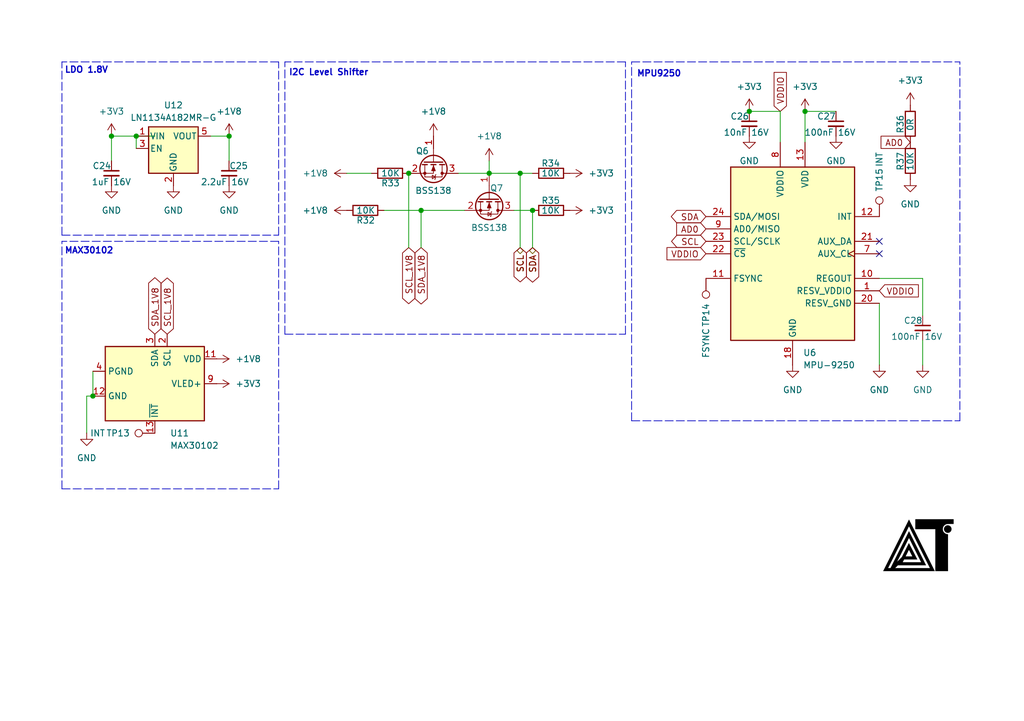
<source format=kicad_sch>
(kicad_sch (version 20250114) (generator "eeschema") (generator_version "9.0")
  (paper "A5")
  (title_block (date "2025-04-05"))
  (lib_symbols
    (symbol "Connector:TestPoint" (pin_numbers (hide yes)) (pin_names (offset 0.762) (hide yes))
      (property "Reference" "TP" (at 0 6.858 0))
      (property "Value" "TestPoint" (at 0 5.08 0))
      (symbol "TestPoint_0_1"
        (circle (center 0 3.302) (radius 0.762))
      )
      (symbol "TestPoint_1_1"
        (pin passive line (at 0 0 90) (length 2.54) (name "1") (number "1"))
      )
    )
    (symbol "Device:C_Small" (pin_numbers (hide yes)) (pin_names (offset 0.254) (hide yes))
      (property "Reference" "C" (at 0.254 1.778 0))
      (property "Value" "C_Small" (at 0.254 -2.032 0))
      (symbol "C_Small_0_1"
        (polyline (pts (xy -1.524 0.508) (xy 1.524 0.508)) (stroke (width 0.3048)))
        (polyline (pts (xy -1.524 -0.508) (xy 1.524 -0.508)) (stroke (width 0.3302)))
      )
      (symbol "C_Small_1_1"
        (pin passive line (at 0 2.54 270) (length 2.032) (name "~") (number "1"))
        (pin passive line (at 0 -2.54 90) (length 2.032) (name "~") (number "2"))
      )
    )
    (symbol "Device:R" (pin_numbers (hide yes)) (pin_names (offset 0))
      (property "Reference" "R" (at 2.032 0 90))
      (property "Value" "R" (at 0 0 90))
      (symbol "R_0_1"
        (rectangle (start -1.016 -2.54) (end 1.016 2.54) (stroke (width 0.254)))
      )
      (symbol "R_1_1"
        (pin passive line (at 0 3.81 270) (length 1.27) (name "~") (number "1"))
        (pin passive line (at 0 -3.81 90) (length 1.27) (name "~") (number "2"))
      )
    )
    (symbol "Regulator_Linear:AP2112K-1.8" (pin_names (offset 0.254))
      (property "Reference" "U" (at -5.08 5.715 0))
      (property "Value" "AP2112K-1.8" (at 0 5.715 0))
      (symbol "AP2112K-1.8_0_1"
        (rectangle (start -5.08 4.445) (end 5.08 -5.08) (stroke (width 0.254)) (fill (type background)))
      )
      (symbol "AP2112K-1.8_1_1"
        (pin power_in line (at -7.62 2.54 0) (length 2.54) (name "VIN") (number "1"))
        (pin input line (at -7.62 0 0) (length 2.54) (name "EN") (number "3"))
        (pin power_in line (at 0 -7.62 90) (length 2.54) (name "GND") (number "2"))
        (pin no_connect line (at 5.08 0 180) (length 2.54) (hide yes) (name "NC") (number "4"))
        (pin power_out line (at 7.62 2.54 180) (length 2.54) (name "VOUT") (number "5"))
      )
    )
    (symbol "Sensor:MAX30102"
      (property "Reference" "U" (at 7.62 15.24 0))
      (property "Value" "MAX30102" (at 7.62 12.7 0))
      (symbol "MAX30102_0_1"
        (rectangle (start -7.62 10.16) (end 7.62 -10.16) (stroke (width 0.254)) (fill (type background)))
      )
      (symbol "MAX30102_1_1"
        (pin input line (at -10.16 2.54 0) (length 2.54) (name "SCL") (number "2"))
        (pin bidirectional line (at -10.16 0 0) (length 2.54) (name "SDA") (number "3"))
        (pin no_connect line (at -7.62 5.08 0) (length 2.54) (hide yes) (name "NC") (number "1"))
        (pin no_connect line (at -7.62 -2.54 0) (length 2.54) (hide yes) (name "NC") (number "7"))
        (pin power_in line (at -5.08 12.7 270) (length 2.54) (name "VDD") (number "11"))
        (pin power_in line (at -2.54 -12.7 90) (length 2.54) (name "PGND") (number "4"))
        (pin passive line (at 0 12.7 270) (length 2.54) (hide yes) (name "VLED+") (number "10"))
        (pin power_in line (at 0 12.7 270) (length 2.54) (name "VLED+") (number "9"))
        (pin power_in line (at 2.54 -12.7 90) (length 2.54) (name "GND") (number "12"))
        (pin no_connect line (at 7.62 5.08 180) (length 2.54) (hide yes) (name "NC") (number "8"))
        (pin no_connect line (at 7.62 2.54 180) (length 2.54) (hide yes) (name "NC") (number "14"))
        (pin no_connect line (at 7.62 -5.08 180) (length 2.54) (hide yes) (name "NC") (number "6"))
        (pin no_connect line (at 7.62 -7.62 180) (length 2.54) (hide yes) (name "NC") (number "5"))
        (pin output line (at 10.16 0 180) (length 2.54) (name "~{INT}") (number "13"))
      )
    )
    (symbol "Sensor_Motion:MPU-9250"
      (property "Reference" "U13" (at 2.1433 -20.32 0))
      (property "Value" "MPU-9250" (at 2.1433 -22.86 0))
      (symbol "MPU-9250_0_1"
        (rectangle (start -12.7 17.78) (end 12.7 -17.78) (stroke (width 0.254)) (fill (type background)))
      )
      (symbol "MPU-9250_1_1"
        (pin bidirectional line (at -17.78 7.62 0) (length 5.08) (name "SDA/MOSI") (number "24"))
        (pin bidirectional line (at -17.78 5.08 0) (length 5.08) (name "AD0/MISO") (number "9"))
        (pin input line (at -17.78 2.54 0) (length 5.08) (name "SCL/SCLK") (number "23"))
        (pin input line (at -17.78 0 0) (length 5.08) (name "~{CS}") (number "22"))
        (pin input line (at -17.78 -5.08 0) (length 5.08) (name "FSYNC") (number "11"))
        (pin no_connect line (at -12.7 15.24 0) (length 2.54) (hide yes) (name "NC") (number "2"))
        (pin no_connect line (at -12.7 12.7 0) (length 2.54) (hide yes) (name "NC") (number "3"))
        (pin no_connect line (at -12.7 10.16 0) (length 2.54) (hide yes) (name "NC") (number "4"))
        (pin no_connect line (at -12.7 -7.62 0) (length 2.54) (hide yes) (name "RESV") (number "22"))
        (pin no_connect line (at -12.7 -10.16 0) (length 2.54) (hide yes) (name "NC") (number "6"))
        (pin no_connect line (at -12.7 -12.7 0) (length 2.54) (hide yes) (name "NC") (number "5"))
        (pin no_connect line (at -12.7 -15.24 0) (length 2.54) (hide yes) (name "NC") (number "14"))
        (pin power_in line (at -2.54 22.86 270) (length 5.08) (name "VDDIO") (number "8"))
        (pin power_in line (at 0 -22.86 90) (length 5.08) (name "GND") (number "18"))
        (pin power_in line (at 2.54 22.86 270) (length 5.08) (name "VDD") (number "13"))
        (pin no_connect line (at 12.7 13.97 180) (length 2.54) (hide yes) (name "NC") (number "15"))
        (pin no_connect line (at 12.7 11.43 180) (length 2.54) (hide yes) (name "NC") (number "16"))
        (pin no_connect line (at 12.7 5.08 180) (length 2.54) (hide yes) (name "RESV") (number "21"))
        (pin no_connect line (at 12.7 -2.54 180) (length 2.54) (hide yes) (name "RESV") (number "19"))
        (pin no_connect line (at 12.7 -13.97 180) (length 2.54) (hide yes) (name "NC") (number "17"))
        (pin output line (at 17.78 7.62 180) (length 5.08) (name "INT") (number "12"))
        (pin bidirectional line (at 17.78 2.54 180) (length 5.08) (name "AUX_DA") (number "21"))
        (pin output clock (at 17.78 0 180) (length 5.08) (name "AUX_CL") (number "7"))
        (pin passive line (at 17.78 -5.08 180) (length 5.08) (name "REGOUT") (number "10"))
        (pin input line (at 17.78 -7.62 180) (length 5.08) (name "RESV_VDDIO") (number "1"))
        (pin power_in line (at 17.78 -10.16 180) (length 5.08) (name "RESV_GND") (number "20"))
      )
    )
    (symbol "Transistor_FET:BSS138" (pin_names (hide yes))
      (property "Reference" "Q" (at 5.08 1.905 0))
      (property "Value" "BSS138" (at 5.08 0 0))
      (symbol "BSS138_0_1"
        (polyline (pts (xy 0.254 1.905) (xy 0.254 -1.905)) (stroke (width 0.254)))
        (polyline (pts (xy 0.254 0) (xy -2.54 0)))
        (polyline (pts (xy 0.762 2.286) (xy 0.762 1.27)) (stroke (width 0.254)))
        (polyline (pts (xy 0.762 0.508) (xy 0.762 -0.508)) (stroke (width 0.254)))
        (polyline (pts (xy 0.762 -1.27) (xy 0.762 -2.286)) (stroke (width 0.254)))
        (polyline (pts (xy 0.762 -1.778) (xy 3.302 -1.778) (xy 3.302 1.778) (xy 0.762 1.778)))
        (polyline (pts (xy 1.016 0) (xy 2.032 0.381) (xy 2.032 -0.381) (xy 1.016 0)) (fill (type outline)))
        (circle (center 1.651 0) (radius 2.794) (stroke (width 0.254)))
        (polyline (pts (xy 2.54 2.54) (xy 2.54 1.778)))
        (circle (center 2.54 1.778) (radius 0.254) (fill (type outline)))
        (circle (center 2.54 -1.778) (radius 0.254) (fill (type outline)))
        (polyline (pts (xy 2.54 -2.54) (xy 2.54 0) (xy 0.762 0)))
        (polyline (pts (xy 2.794 0.508) (xy 2.921 0.381) (xy 3.683 0.381) (xy 3.81 0.254)))
        (polyline (pts (xy 3.302 0.381) (xy 2.921 -0.254) (xy 3.683 -0.254) (xy 3.302 0.381)))
      )
      (symbol "BSS138_1_1"
        (pin input line (at -5.08 0 0) (length 2.54) (name "G") (number "1"))
        (pin passive line (at 2.54 5.08 270) (length 2.54) (name "D") (number "3"))
        (pin passive line (at 2.54 -5.08 90) (length 2.54) (name "S") (number "2"))
      )
    )
    (symbol "power:+1V8" (power) (pin_numbers (hide yes)) (pin_names (offset 0) (hide yes))
      (property "Value" "+1V8" (at 0 3.556 0))
      (symbol "+1V8_0_1"
        (polyline (pts (xy -0.762 1.27) (xy 0 2.54)))
        (polyline (pts (xy 0 2.54) (xy 0.762 1.27)))
        (polyline (pts (xy 0 0) (xy 0 2.54)))
      )
      (symbol "+1V8_1_1"
        (pin power_in line (at 0 0 90) (length 0) (name "~") (number "1"))
      )
    )
    (symbol "power:+3V3" (power) (pin_numbers (hide yes)) (pin_names (offset 0) (hide yes))
      (property "Value" "+3V3" (at 0 3.556 0))
      (symbol "+3V3_0_1"
        (polyline (pts (xy -0.762 1.27) (xy 0 2.54)))
        (polyline (pts (xy 0 2.54) (xy 0.762 1.27)))
        (polyline (pts (xy 0 0) (xy 0 2.54)))
      )
      (symbol "+3V3_1_1"
        (pin power_in line (at 0 0 90) (length 0) (name "~") (number "1"))
      )
    )
    (symbol "power:GND" (power) (pin_numbers (hide yes)) (pin_names (offset 0) (hide yes))
      (property "Value" "GND" (at 0 -3.81 0))
      (symbol "GND_0_1"
        (polyline (pts (xy 0 0) (xy 0 -1.27) (xy 1.27 -1.27) (xy 0 -2.54) (xy -1.27 -1.27) (xy 0 -1.27)))
      )
      (symbol "GND_1_1"
        (pin power_in line (at 0 0 270) (length 0) (name "~") (number "1"))
      )
    )
  )
  (text "MAX30102\n" (at 13.208 52.324 0) (effects (font (size 1.27 1.27) (thickness 0.254) (bold yes)) (justify left bottom)))
  (text "LDO 1.8V\n" (at 13.208 15.24 0) (effects (font (size 1.27 1.27) (thickness 0.254) (bold yes)) (justify left bottom)))
  (text "MPU9250\n" (at 130.556 16.002 0) (effects (font (size 1.27 1.27) (thickness 0.254) (bold yes)) (justify left bottom)))
  (text "I2C Level Shifter" (at 59.182 15.748 0) (effects (font (size 1.27 1.27) (thickness 0.254) (bold yes)) (justify left bottom)))
  (junction (at 46.99 27.94))
  (junction (at 106.68 35.56))
  (junction (at 165.1 22.86))
  (junction (at 86.36 43.18))
  (junction (at 22.86 27.94))
  (junction (at 83.82 35.56))
  (junction (at 109.22 43.18))
  (junction (at 100.33 35.56))
  (junction (at 27.94 27.94))
  (junction (at 19.05 81.28))
  (junction (at 153.67 22.86))
  (no_connect (at 180.34 52.07))
  (no_connect (at 180.34 49.53))
  (polyline (pts (xy 12.7 48.26) (xy 57.15 48.26)) (stroke (width 0) (type dash)))
  (polyline (pts (xy 12.7 100.33) (xy 57.15 100.33)) (stroke (width 0) (type dash)))
  (wire (pts (xy 189.23 64.77) (xy 189.23 57.15)))
  (wire (pts (xy 46.99 33.02) (xy 46.99 27.94)))
  (wire (pts (xy 160.02 22.86) (xy 160.02 29.21)))
  (wire (pts (xy 27.94 27.94) (xy 27.94 30.48)))
  (wire (pts (xy 105.41 43.18) (xy 109.22 43.18)))
  (wire (pts (xy 100.33 35.56) (xy 93.98 35.56)))
  (polyline (pts (xy 57.15 49.53) (xy 12.7 49.53)) (stroke (width 0) (type dash)))
  (wire (pts (xy 109.22 43.18) (xy 109.22 50.8)))
  (wire (pts (xy 106.68 35.56) (xy 109.22 35.56)))
  (wire (pts (xy 17.78 81.28) (xy 19.05 81.28)))
  (wire (pts (xy 165.1 22.86) (xy 165.1 29.21)))
  (wire (pts (xy 100.33 33.02) (xy 100.33 35.56)))
  (wire (pts (xy 78.74 43.18) (xy 86.36 43.18)))
  (wire (pts (xy 83.82 35.56) (xy 83.82 50.8)))
  (polyline (pts (xy 58.42 68.58) (xy 128.27 68.58)) (stroke (width 0) (type dash)))
  (polyline (pts (xy 57.15 100.33) (xy 57.15 49.53)) (stroke (width 0) (type dash)))
  (wire (pts (xy 31.75 27.94) (xy 27.94 27.94)))
  (polyline (pts (xy 128.27 68.58) (xy 128.27 12.7)) (stroke (width 0) (type dash)))
  (polyline (pts (xy 57.15 12.7) (xy 12.7 12.7)) (stroke (width 0) (type dash)))
  (wire (pts (xy 106.68 35.56) (xy 100.33 35.56)))
  (polyline (pts (xy 58.42 68.58) (xy 58.42 12.7)) (stroke (width 0) (type dash)))
  (polyline (pts (xy 128.27 12.7) (xy 58.42 12.7)) (stroke (width 0) (type dash)))
  (wire (pts (xy 22.86 33.02) (xy 22.86 27.94)))
  (wire (pts (xy 71.12 35.56) (xy 76.2 35.56)))
  (polyline (pts (xy 57.15 48.26) (xy 57.15 12.7)) (stroke (width 0) (type dash)))
  (polyline (pts (xy 12.7 48.26) (xy 12.7 12.7)) (stroke (width 0) (type dash)))
  (polyline (pts (xy 12.7 100.33) (xy 12.7 49.53)) (stroke (width 0) (type dash)))
  (polyline (pts (xy 196.85 86.36) (xy 196.85 12.7)) (stroke (width 0) (type dash)))
  (wire (pts (xy 171.45 22.86) (xy 165.1 22.86)))
  (wire (pts (xy 19.05 76.2) (xy 19.05 81.28)))
  (wire (pts (xy 106.68 50.8) (xy 106.68 35.56)))
  (wire (pts (xy 86.36 43.18) (xy 86.36 50.8)))
  (wire (pts (xy 180.34 74.93) (xy 180.34 62.23)))
  (polyline (pts (xy 129.54 86.36) (xy 129.54 12.7)) (stroke (width 0) (type dash)))
  (wire (pts (xy 153.67 22.86) (xy 160.02 22.86)))
  (wire (pts (xy 17.78 88.9) (xy 17.78 81.28)))
  (wire (pts (xy 189.23 57.15) (xy 180.34 57.15)))
  (polyline (pts (xy 129.54 12.7) (xy 196.85 12.7)) (stroke (width 0) (type dash)))
  (polyline (pts (xy 129.54 86.36) (xy 196.85 86.36)) (stroke (width 0) (type dash)))
  (wire (pts (xy 86.36 43.18) (xy 95.25 43.18)))
  (wire (pts (xy 43.18 27.94) (xy 46.99 27.94)))
  (wire (pts (xy 22.86 27.94) (xy 27.94 27.94)))
  (wire (pts (xy 189.23 69.85) (xy 189.23 74.93)))
  (image (at 187.96 111.76) (scale 0.359998))
  (global_label "VDDIO" (shape input) (at 144.78 52.07 180) (property "Intersheetrefs" "${INTERSHEET_REFS}" (effects (hide yes))))
  (global_label "SCL" (shape bidirectional) (at 144.78 49.53 180) (property "Intersheetrefs" "${INTERSHEET_REFS}" (effects (hide yes))))
  (global_label "SCL_1V8" (shape bidirectional) (at 34.29 68.58 90) (property "Intersheetrefs" "${INTERSHEET_REFS}" (effects (hide yes))))
  (global_label "AD0" (shape input) (at 186.69 29.21 180) (property "Intersheetrefs" "${INTERSHEET_REFS}" (effects (hide yes))))
  (global_label "AD0" (shape input) (at 144.78 46.99 180) (property "Intersheetrefs" "${INTERSHEET_REFS}" (effects (hide yes))))
  (global_label "SCL" (shape bidirectional) (at 106.68 50.8 270) (property "Intersheetrefs" "${INTERSHEET_REFS}" (effects (hide yes))))
  (global_label "SDA_1V8" (shape bidirectional) (at 86.36 50.8 270) (property "Intersheetrefs" "${INTERSHEET_REFS}" (effects (hide yes))))
  (global_label "SDA_1V8" (shape bidirectional) (at 31.75 68.58 90) (property "Intersheetrefs" "${INTERSHEET_REFS}" (effects (hide yes))))
  (global_label "SDA" (shape bidirectional) (at 109.22 50.8 270) (property "Intersheetrefs" "${INTERSHEET_REFS}" (effects (hide yes))))
  (global_label "VDDIO" (shape input) (at 160.02 22.86 90) (property "Intersheetrefs" "${INTERSHEET_REFS}" (effects (hide yes))))
  (global_label "VDDIO" (shape input) (at 180.34 59.69 0) (property "Intersheetrefs" "${INTERSHEET_REFS}" (effects (hide yes))))
  (global_label "SDA" (shape bidirectional) (at 144.78 44.45 180) (property "Intersheetrefs" "${INTERSHEET_REFS}" (effects (hide yes))))
  (global_label "SCL_1V8" (shape bidirectional) (at 83.82 50.8 270) (property "Intersheetrefs" "${INTERSHEET_REFS}" (effects (hide yes))))
  (hierarchical_label "SCL" (shape bidirectional) (at 106.68 50.8 270))
  (hierarchical_label "SDA" (shape bidirectional) (at 109.22 50.8 270))
  (symbol (lib_id "power:+1V8") (at 71.12 35.56 90) (unit 1)
    (property "Reference" "#PWR096" (effects (hide yes)))
    (property "Value" "+1V8" (at 67.31 35.5599 90) (effects (justify left)))
    (property "Description" "Power symbol creates a global label with name \"+1V8\"" (effects (hide yes)))
  )
  (symbol (lib_id "power:GND") (at 46.99 38.1 0) (unit 1)
    (property "Reference" "#PWR095" (effects (hide yes)))
    (property "Value" "GND" (at 46.99 43.18 0))
    (property "Description" "Power symbol creates a global label with name \"GND\" , ground" (effects (hide yes)))
  )
  (symbol (lib_id "Device:C_Small") (at 189.23 67.31 0) (mirror y) (unit 1)
    (property "Reference" "C28" (at 189.23 65.786 0) (effects (justify left)))
    (property "Value" "100nF 16V" (at 193.294 69.088 0) (effects (justify left)))
    (property "Footprint" "Capacitor_SMD:C_0603_1608Metric" (effects (hide yes)))
    (property "Description" "Unpolarized capacitor, small symbol" (effects (hide yes)))
  )
  (symbol (lib_id "power:GND") (at 180.34 74.93 0) (unit 1)
    (property "Reference" "#PWR0107" (effects (hide yes)))
    (property "Value" "GND" (at 180.34 80.01 0))
    (property "Description" "Power symbol creates a global label with name \"GND\" , ground" (effects (hide yes)))
  )
  (symbol (lib_id "power:+1V8") (at 100.33 33.02 0) (unit 1)
    (property "Reference" "#PWR099" (effects (hide yes)))
    (property "Value" "+1V8" (at 100.33 27.94 0))
    (property "Description" "Power symbol creates a global label with name \"+1V8\"" (effects (hide yes)))
  )
  (symbol (lib_id "Connector:TestPoint") (at 31.75 88.9 90) (mirror x) (unit 1) (in_bom no)
    (property "Reference" "TP13" (at 26.67 88.9 90) (effects (justify left)))
    (property "Value" "INT" (at 21.59 88.9 90) (effects (justify left)))
    (property "Footprint" "TestPoint:TestPoint_Pad_D1.0mm" (effects (hide yes)))
  )
  (symbol (lib_id "Device:C_Small") (at 22.86 35.56 0) (mirror y) (unit 1)
    (property "Reference" "C24" (at 22.86 34.036 0) (effects (justify left)))
    (property "Value" "1uF 16V" (at 26.924 37.338 0) (effects (justify left)))
    (property "Footprint" "Capacitor_SMD:C_0603_1608Metric" (effects (hide yes)))
    (property "Description" "Unpolarized capacitor, small symbol" (effects (hide yes)))
  )
  (symbol (lib_id "power:GND") (at 189.23 74.93 0) (unit 1)
    (property "Reference" "#PWR0110" (effects (hide yes)))
    (property "Value" "GND" (at 189.23 80.01 0))
    (property "Description" "Power symbol creates a global label with name \"GND\" , ground" (effects (hide yes)))
  )
  (symbol (lib_id "Transistor_FET:BSS138") (at 100.33 40.64 270) (unit 1)
    (property "Reference" "Q7" (at 101.854 38.608 90))
    (property "Value" "BSS138" (at 100.33 46.736 90))
    (property "Footprint" "Package_TO_SOT_SMD:SOT-23" (effects (hide yes)))
    (property "Datasheet" "https://www.onsemi.com/pub/Collateral/BSS138-D.PDF" (effects (hide yes)))
    (property "Description" "50V Vds, 0.22A Id, N-Channel MOSFET, SOT-23" (effects (hide yes)))
  )
  (symbol (lib_id "power:+3V3") (at 116.84 35.56 270) (mirror x) (unit 1)
    (property "Reference" "#PWR0100" (effects (hide yes)))
    (property "Value" "+3V3" (at 120.65 35.5599 90) (effects (justify left)))
    (property "Description" "Power symbol creates a global label with name \"+3V3\"" (effects (hide yes)))
  )
  (symbol (lib_id "power:+3V3") (at 186.69 21.59 0) (unit 1)
    (property "Reference" "#PWR0108" (effects (hide yes)))
    (property "Value" "+3V3" (at 186.69 16.51 0))
    (property "Description" "Power symbol creates a global label with name \"+3V3\"" (effects (hide yes)))
  )
  (symbol (lib_id "power:+3V3") (at 165.1 22.86 0) (unit 1)
    (property "Reference" "#PWR0105" (effects (hide yes)))
    (property "Value" "+3V3" (at 165.1 17.78 0))
    (property "Description" "Power symbol creates a global label with name \"+3V3\"" (effects (hide yes)))
  )
  (symbol (lib_id "power:GND") (at 22.86 38.1 0) (unit 1)
    (property "Reference" "#PWR090" (effects (hide yes)))
    (property "Value" "GND" (at 22.86 43.18 0))
    (property "Description" "Power symbol creates a global label with name \"GND\" , ground" (effects (hide yes)))
  )
  (symbol (lib_id "power:+3V3") (at 153.67 22.86 0) (unit 1)
    (property "Reference" "#PWR0102" (effects (hide yes)))
    (property "Value" "+3V3" (at 153.67 17.78 0))
    (property "Description" "Power symbol creates a global label with name \"+3V3\"" (effects (hide yes)))
  )
  (symbol (lib_id "Device:R") (at 186.69 25.4 0) (unit 1)
    (property "Reference" "R36" (at 184.658 27.432 90) (effects (justify left)))
    (property "Value" "0R" (at 186.69 26.924 90) (effects (justify left)))
    (property "Footprint" "Resistor_SMD:R_0402_1005Metric" (effects (hide yes)))
    (property "Description" "Resistor" (effects (hide yes)))
  )
  (symbol (lib_id "Sensor:MAX30102") (at 31.75 78.74 270) (unit 1)
    (property "Reference" "U11" (at 34.8681 88.9 90) (effects (justify left)))
    (property "Value" "MAX30102" (at 34.8681 91.44 90) (effects (justify left)))
    (property "Footprint" "OptoDevice:Maxim_OLGA-14_3.3x5.6mm_P0.8mm" (effects (hide yes)))
    (property "Datasheet" "https://datasheets.maximintegrated.com/en/ds/MAX30102.pdf" (effects (hide yes)))
    (property "Description" "Heart Rate Sensor, 14-OLGA" (effects (hide yes)))
  )
  (symbol (lib_id "power:GND") (at 171.45 27.94 0) (unit 1)
    (property "Reference" "#PWR0106" (effects (hide yes)))
    (property "Value" "GND" (at 171.45 33.02 0))
    (property "Description" "Power symbol creates a global label with name \"GND\" , ground" (effects (hide yes)))
  )
  (symbol (lib_id "power:+1V8") (at 88.9 27.94 0) (unit 1)
    (property "Reference" "#PWR098" (effects (hide yes)))
    (property "Value" "+1V8" (at 88.9 22.86 0))
    (property "Description" "Power symbol creates a global label with name \"+1V8\"" (effects (hide yes)))
  )
  (symbol (lib_id "Regulator_Linear:AP2112K-1.8") (at 35.56 30.48 0) (unit 1)
    (property "Reference" "U12" (at 35.56 21.59 0))
    (property "Value" "LN1134A182MR-G" (at 35.56 24.13 0))
    (property "Footprint" "Package_TO_SOT_SMD:SOT-23-5" (effects (hide yes)))
  )
  (symbol (lib_id "Sensor_Motion:MPU-9250") (at 162.56 52.07 0) (unit 1)
    (property "Reference" "U13" (at 164.7033 72.39 0) (effects (justify left)))
    (property "Value" "MPU-9250" (at 164.7033 74.93 0) (effects (justify left)))
    (property "Footprint" "Sensor_Motion:InvenSense_QFN-24_3x3mm_P0.4mm_NoMask" (effects (hide yes)))
    (property "Datasheet" "https://invensense.tdk.com/wp-content/uploads/2015/02/PS-MPU-9250A-01-v1.1.pdf" (effects (hide yes)))
    (property "Description" "InvenSense 9-Axis Motion Sensor, Accelerometer, Gyroscope, Compass, I2C/SPI" (effects (hide yes)))
    (instances (project "" (path "" (reference "U6") (unit 1)) (path "" (reference "U13") (unit 1))))
  )
  (symbol (lib_id "power:+3V3") (at 44.45 78.74 270) (unit 1)
    (property "Reference" "#PWR093" (effects (hide yes)))
    (property "Value" "+3V3" (at 48.26 78.7399 90) (effects (justify left)))
    (property "Description" "Power symbol creates a global label with name \"+3V3\"" (effects (hide yes)))
  )
  (symbol (lib_id "power:GND") (at 35.56 38.1 0) (unit 1)
    (property "Reference" "#PWR091" (effects (hide yes)))
    (property "Value" "GND" (at 35.56 43.18 0))
    (property "Description" "Power symbol creates a global label with name \"GND\" , ground" (effects (hide yes)))
  )
  (symbol (lib_id "power:+1V8") (at 46.99 27.94 0) (unit 1)
    (property "Reference" "#PWR094" (effects (hide yes)))
    (property "Value" "+1V8" (at 46.99 22.86 0))
    (property "Description" "Power symbol creates a global label with name \"+1V8\"" (effects (hide yes)))
  )
  (symbol (lib_id "Device:R") (at 186.69 33.02 0) (unit 1)
    (property "Reference" "R37" (at 184.658 35.052 90) (effects (justify left)))
    (property "Value" "10K" (at 186.69 35.052 90) (effects (justify left)))
    (property "Footprint" "Resistor_SMD:R_0402_1005Metric" (effects (hide yes)))
    (property "Description" "Resistor" (effects (hide yes)))
  )
  (symbol (lib_id "power:GND") (at 162.56 74.93 0) (unit 1)
    (property "Reference" "#PWR0104" (effects (hide yes)))
    (property "Value" "GND" (at 162.56 80.01 0))
    (property "Description" "Power symbol creates a global label with name \"GND\" , ground" (effects (hide yes)))
  )
  (symbol (lib_id "power:GND") (at 17.78 88.9 0) (unit 1)
    (property "Reference" "#PWR088" (effects (hide yes)))
    (property "Value" "GND" (at 17.78 93.98 0))
    (property "Description" "Power symbol creates a global label with name \"GND\" , ground" (effects (hide yes)))
  )
  (symbol (lib_id "Device:R") (at 113.03 35.56 270) (unit 1)
    (property "Reference" "R34" (at 110.998 33.528 90) (effects (justify left)))
    (property "Value" "10K" (at 110.998 35.56 90) (effects (justify left)))
    (property "Footprint" "Resistor_SMD:R_0603_1608Metric" (effects (hide yes)))
    (property "Description" "Resistor" (effects (hide yes)))
  )
  (symbol (lib_id "Device:R") (at 74.93 43.18 90) (unit 1)
    (property "Reference" "R32" (at 76.962 45.212 90) (effects (justify left)))
    (property "Value" "10K" (at 76.962 43.18 90) (effects (justify left)))
    (property "Footprint" "Resistor_SMD:R_0603_1608Metric" (effects (hide yes)))
    (property "Description" "Resistor" (effects (hide yes)))
  )
  (symbol (lib_id "Device:C_Small") (at 171.45 25.4 0) (mirror y) (unit 1)
    (property "Reference" "C27" (at 171.45 23.876 0) (effects (justify left)))
    (property "Value" "100nF 16V" (at 175.514 27.178 0) (effects (justify left)))
    (property "Footprint" "Capacitor_SMD:C_0603_1608Metric" (effects (hide yes)))
    (property "Description" "Unpolarized capacitor, small symbol" (effects (hide yes)))
  )
  (symbol (lib_id "Device:C_Small") (at 46.99 35.56 0) (unit 1)
    (property "Reference" "C25" (at 46.99 34.036 0) (effects (justify left)))
    (property "Value" "2.2uF 16V" (at 41.148 37.338 0) (effects (justify left)))
    (property "Footprint" "Capacitor_SMD:C_0603_1608Metric" (effects (hide yes)))
    (property "Description" "Unpolarized capacitor, small symbol" (effects (hide yes)))
  )
  (symbol (lib_id "Connector:TestPoint") (at 180.34 44.45 0) (mirror y) (unit 1) (in_bom no)
    (property "Reference" "TP15" (at 180.34 39.37 90) (effects (justify left)))
    (property "Value" "INT" (at 180.34 34.29 90) (effects (justify left)))
    (property "Footprint" "TestPoint:TestPoint_Pad_D1.0mm" (effects (hide yes)))
  )
  (symbol (lib_id "power:+3V3") (at 22.86 27.94 0) (unit 1)
    (property "Reference" "#PWR089" (effects (hide yes)))
    (property "Value" "+3V3" (at 22.86 22.86 0))
    (property "Description" "Power symbol creates a global label with name \"+3V3\"" (effects (hide yes)))
  )
  (symbol (lib_id "Transistor_FET:BSS138") (at 88.9 33.02 270) (unit 1)
    (property "Reference" "Q6" (at 86.614 30.988 90))
    (property "Value" "BSS138" (at 88.9 39.116 90))
    (property "Footprint" "Package_TO_SOT_SMD:SOT-23" (effects (hide yes)))
    (property "Datasheet" "https://www.onsemi.com/pub/Collateral/BSS138-D.PDF" (effects (hide yes)))
    (property "Description" "50V Vds, 0.22A Id, N-Channel MOSFET, SOT-23" (effects (hide yes)))
  )
  (symbol (lib_id "power:+1V8") (at 71.12 43.18 90) (unit 1)
    (property "Reference" "#PWR097" (effects (hide yes)))
    (property "Value" "+1V8" (at 67.31 43.1799 90) (effects (justify left)))
    (property "Description" "Power symbol creates a global label with name \"+1V8\"" (effects (hide yes)))
  )
  (symbol (lib_id "power:GND") (at 153.67 27.94 0) (unit 1)
    (property "Reference" "#PWR0103" (effects (hide yes)))
    (property "Value" "GND" (at 153.67 33.02 0))
    (property "Description" "Power symbol creates a global label with name \"GND\" , ground" (effects (hide yes)))
  )
  (symbol (lib_id "power:+1V8") (at 44.45 73.66 270) (unit 1)
    (property "Reference" "#PWR092" (effects (hide yes)))
    (property "Value" "+1V8" (at 48.26 73.6599 90) (effects (justify left)))
    (property "Description" "Power symbol creates a global label with name \"+1V8\"" (effects (hide yes)))
  )
  (symbol (lib_id "Device:C_Small") (at 153.67 25.4 0) (mirror y) (unit 1)
    (property "Reference" "C26" (at 153.67 23.876 0) (effects (justify left)))
    (property "Value" "10nF 16V" (at 157.734 27.178 0) (effects (justify left)))
    (property "Footprint" "Capacitor_SMD:C_0603_1608Metric" (effects (hide yes)))
    (property "Description" "Unpolarized capacitor, small symbol" (effects (hide yes)))
  )
  (symbol (lib_id "Device:R") (at 113.03 43.18 270) (unit 1)
    (property "Reference" "R35" (at 110.998 41.148 90) (effects (justify left)))
    (property "Value" "10K" (at 110.998 43.18 90) (effects (justify left)))
    (property "Footprint" "Resistor_SMD:R_0603_1608Metric" (effects (hide yes)))
    (property "Description" "Resistor" (effects (hide yes)))
  )
  (symbol (lib_id "power:GND") (at 186.69 36.83 0) (unit 1)
    (property "Reference" "#PWR0109" (effects (hide yes)))
    (property "Value" "GND" (at 186.69 41.91 0))
    (property "Description" "Power symbol creates a global label with name \"GND\" , ground" (effects (hide yes)))
  )
  (symbol (lib_id "Device:R") (at 80.01 35.56 90) (unit 1)
    (property "Reference" "R33" (at 82.042 37.592 90) (effects (justify left)))
    (property "Value" "10K" (at 82.042 35.56 90) (effects (justify left)))
    (property "Footprint" "Resistor_SMD:R_0603_1608Metric" (effects (hide yes)))
    (property "Description" "Resistor" (effects (hide yes)))
  )
  (symbol (lib_id "Connector:TestPoint") (at 144.78 57.15 0) (mirror x) (unit 1) (in_bom no)
    (property "Reference" "TP14" (at 144.78 62.23 90) (effects (justify left)))
    (property "Value" "FSYNC" (at 144.78 67.31 90) (effects (justify left)))
    (property "Footprint" "TestPoint:TestPoint_Pad_D1.0mm" (effects (hide yes)))
  )
  (symbol (lib_id "power:+3V3") (at 116.84 43.18 270) (unit 1)
    (property "Reference" "#PWR0101" (effects (hide yes)))
    (property "Value" "+3V3" (at 120.65 43.1799 90) (effects (justify left)))
    (property "Description" "Power symbol creates a global label with name \"+3V3\"" (effects (hide yes)))
  )
)
</source>
